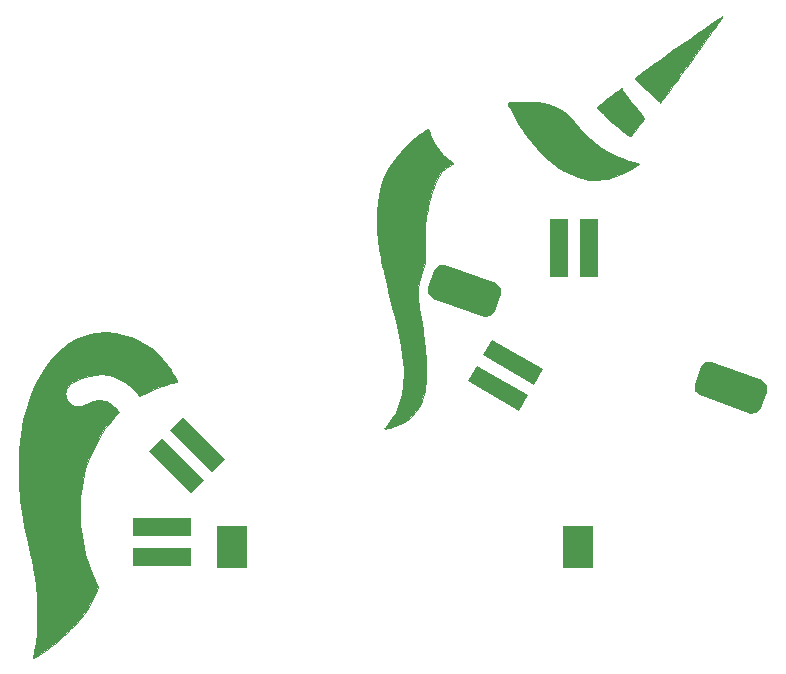
<source format=gbr>
%TF.GenerationSoftware,KiCad,Pcbnew,5.1.9*%
%TF.CreationDate,2021-01-30T09:02:40+01:00*%
%TF.ProjectId,unicorn,756e6963-6f72-46e2-9e6b-696361645f70,rev?*%
%TF.SameCoordinates,Original*%
%TF.FileFunction,Soldermask,Bot*%
%TF.FilePolarity,Negative*%
%FSLAX46Y46*%
G04 Gerber Fmt 4.6, Leading zero omitted, Abs format (unit mm)*
G04 Created by KiCad (PCBNEW 5.1.9) date 2021-01-30 09:02:40*
%MOMM*%
%LPD*%
G01*
G04 APERTURE LIST*
%ADD10C,0.010000*%
%ADD11C,0.100000*%
%ADD12R,1.524000X5.000000*%
%ADD13R,5.000000X1.524000*%
%ADD14R,2.600000X3.600000*%
G04 APERTURE END LIST*
D10*
%TO.C,Ref\u002A\u002A*%
G36*
X221847538Y-48944153D02*
G01*
X221848190Y-48959335D01*
X221833067Y-48993539D01*
X221798597Y-49052054D01*
X221741212Y-49140172D01*
X221657343Y-49263180D01*
X221543420Y-49426369D01*
X221395875Y-49635030D01*
X221211137Y-49894451D01*
X220985638Y-50209922D01*
X220715809Y-50586734D01*
X220591988Y-50759555D01*
X220042516Y-51526162D01*
X219540512Y-52225982D01*
X219084372Y-52861222D01*
X218672490Y-53434088D01*
X218303264Y-53946790D01*
X217975087Y-54401532D01*
X217686356Y-54800524D01*
X217435465Y-55145972D01*
X217220811Y-55440084D01*
X217040788Y-55685066D01*
X216893792Y-55883127D01*
X216778219Y-56036473D01*
X216692463Y-56147313D01*
X216634921Y-56217852D01*
X216603987Y-56250299D01*
X216598500Y-56253094D01*
X216554293Y-56222513D01*
X216463900Y-56142672D01*
X216339934Y-56025228D01*
X216195007Y-55881841D01*
X216175167Y-55861784D01*
X216003297Y-55691839D01*
X215790676Y-55488010D01*
X215560364Y-55272064D01*
X215335421Y-55065767D01*
X215257879Y-54995979D01*
X215067789Y-54823080D01*
X214889597Y-54655743D01*
X214737608Y-54507791D01*
X214626129Y-54393047D01*
X214583317Y-54344254D01*
X214445045Y-54172192D01*
X214603129Y-54035538D01*
X214668056Y-53984854D01*
X214794966Y-53890870D01*
X214978198Y-53757580D01*
X215212090Y-53588978D01*
X215490982Y-53389056D01*
X215809212Y-53161808D01*
X216161119Y-52911228D01*
X216541041Y-52641308D01*
X216943319Y-52356042D01*
X217362290Y-52059423D01*
X217792293Y-51755444D01*
X218227667Y-51448099D01*
X218662751Y-51141381D01*
X219091883Y-50839284D01*
X219509403Y-50545800D01*
X219909649Y-50264923D01*
X220286961Y-50000647D01*
X220635676Y-49756964D01*
X220950134Y-49537868D01*
X221224674Y-49347352D01*
X221453634Y-49189410D01*
X221631352Y-49068035D01*
X221752169Y-48987219D01*
X221810423Y-48950957D01*
X221813180Y-48949695D01*
X221834678Y-48942703D01*
X221847538Y-48944153D01*
G37*
X221847538Y-48944153D02*
X221848190Y-48959335D01*
X221833067Y-48993539D01*
X221798597Y-49052054D01*
X221741212Y-49140172D01*
X221657343Y-49263180D01*
X221543420Y-49426369D01*
X221395875Y-49635030D01*
X221211137Y-49894451D01*
X220985638Y-50209922D01*
X220715809Y-50586734D01*
X220591988Y-50759555D01*
X220042516Y-51526162D01*
X219540512Y-52225982D01*
X219084372Y-52861222D01*
X218672490Y-53434088D01*
X218303264Y-53946790D01*
X217975087Y-54401532D01*
X217686356Y-54800524D01*
X217435465Y-55145972D01*
X217220811Y-55440084D01*
X217040788Y-55685066D01*
X216893792Y-55883127D01*
X216778219Y-56036473D01*
X216692463Y-56147313D01*
X216634921Y-56217852D01*
X216603987Y-56250299D01*
X216598500Y-56253094D01*
X216554293Y-56222513D01*
X216463900Y-56142672D01*
X216339934Y-56025228D01*
X216195007Y-55881841D01*
X216175167Y-55861784D01*
X216003297Y-55691839D01*
X215790676Y-55488010D01*
X215560364Y-55272064D01*
X215335421Y-55065767D01*
X215257879Y-54995979D01*
X215067789Y-54823080D01*
X214889597Y-54655743D01*
X214737608Y-54507791D01*
X214626129Y-54393047D01*
X214583317Y-54344254D01*
X214445045Y-54172192D01*
X214603129Y-54035538D01*
X214668056Y-53984854D01*
X214794966Y-53890870D01*
X214978198Y-53757580D01*
X215212090Y-53588978D01*
X215490982Y-53389056D01*
X215809212Y-53161808D01*
X216161119Y-52911228D01*
X216541041Y-52641308D01*
X216943319Y-52356042D01*
X217362290Y-52059423D01*
X217792293Y-51755444D01*
X218227667Y-51448099D01*
X218662751Y-51141381D01*
X219091883Y-50839284D01*
X219509403Y-50545800D01*
X219909649Y-50264923D01*
X220286961Y-50000647D01*
X220635676Y-49756964D01*
X220950134Y-49537868D01*
X221224674Y-49347352D01*
X221453634Y-49189410D01*
X221631352Y-49068035D01*
X221752169Y-48987219D01*
X221810423Y-48950957D01*
X221813180Y-48949695D01*
X221834678Y-48942703D01*
X221847538Y-48944153D01*
G36*
X213347257Y-55068942D02*
G01*
X213387398Y-55157211D01*
X213397524Y-55184139D01*
X213439001Y-55275557D01*
X213507512Y-55390412D01*
X213607973Y-55535177D01*
X213745304Y-55716321D01*
X213924420Y-55940317D01*
X214150239Y-56213635D01*
X214427678Y-56542746D01*
X214449032Y-56567891D01*
X214690645Y-56854688D01*
X214879831Y-57085314D01*
X215021149Y-57266215D01*
X215119158Y-57403839D01*
X215178416Y-57504634D01*
X215203481Y-57575047D01*
X215198913Y-57621525D01*
X215196783Y-57625478D01*
X215128003Y-57730456D01*
X215023824Y-57875772D01*
X214893529Y-58049792D01*
X214746399Y-58240880D01*
X214591714Y-58437401D01*
X214438756Y-58627719D01*
X214296805Y-58800199D01*
X214175144Y-58943207D01*
X214083053Y-59045106D01*
X214029814Y-59094261D01*
X214023001Y-59096989D01*
X213970496Y-59072835D01*
X213867193Y-59007827D01*
X213729434Y-58912692D01*
X213614000Y-58828520D01*
X213338718Y-58614736D01*
X213030167Y-58358343D01*
X212682643Y-58054338D01*
X212290439Y-57697724D01*
X211847852Y-57283500D01*
X211809818Y-57247459D01*
X211596138Y-57042958D01*
X211439171Y-56887764D01*
X211332582Y-56774680D01*
X211270032Y-56696505D01*
X211245186Y-56646042D01*
X211251706Y-56616091D01*
X211252927Y-56614818D01*
X211303955Y-56571541D01*
X211409670Y-56487095D01*
X211560056Y-56369146D01*
X211745098Y-56225362D01*
X211954779Y-56063411D01*
X212179084Y-55890959D01*
X212407998Y-55715674D01*
X212631503Y-55545223D01*
X212839585Y-55387273D01*
X213022228Y-55249491D01*
X213169416Y-55139546D01*
X213271134Y-55065103D01*
X213317364Y-55033830D01*
X213318832Y-55033334D01*
X213347257Y-55068942D01*
G37*
X213347257Y-55068942D02*
X213387398Y-55157211D01*
X213397524Y-55184139D01*
X213439001Y-55275557D01*
X213507512Y-55390412D01*
X213607973Y-55535177D01*
X213745304Y-55716321D01*
X213924420Y-55940317D01*
X214150239Y-56213635D01*
X214427678Y-56542746D01*
X214449032Y-56567891D01*
X214690645Y-56854688D01*
X214879831Y-57085314D01*
X215021149Y-57266215D01*
X215119158Y-57403839D01*
X215178416Y-57504634D01*
X215203481Y-57575047D01*
X215198913Y-57621525D01*
X215196783Y-57625478D01*
X215128003Y-57730456D01*
X215023824Y-57875772D01*
X214893529Y-58049792D01*
X214746399Y-58240880D01*
X214591714Y-58437401D01*
X214438756Y-58627719D01*
X214296805Y-58800199D01*
X214175144Y-58943207D01*
X214083053Y-59045106D01*
X214029814Y-59094261D01*
X214023001Y-59096989D01*
X213970496Y-59072835D01*
X213867193Y-59007827D01*
X213729434Y-58912692D01*
X213614000Y-58828520D01*
X213338718Y-58614736D01*
X213030167Y-58358343D01*
X212682643Y-58054338D01*
X212290439Y-57697724D01*
X211847852Y-57283500D01*
X211809818Y-57247459D01*
X211596138Y-57042958D01*
X211439171Y-56887764D01*
X211332582Y-56774680D01*
X211270032Y-56696505D01*
X211245186Y-56646042D01*
X211251706Y-56616091D01*
X211252927Y-56614818D01*
X211303955Y-56571541D01*
X211409670Y-56487095D01*
X211560056Y-56369146D01*
X211745098Y-56225362D01*
X211954779Y-56063411D01*
X212179084Y-55890959D01*
X212407998Y-55715674D01*
X212631503Y-55545223D01*
X212839585Y-55387273D01*
X213022228Y-55249491D01*
X213169416Y-55139546D01*
X213271134Y-55065103D01*
X213317364Y-55033830D01*
X213318832Y-55033334D01*
X213347257Y-55068942D01*
G36*
X205689048Y-56189614D02*
G01*
X206202098Y-56229529D01*
X206666877Y-56300736D01*
X207099731Y-56406507D01*
X207517010Y-56550114D01*
X207935062Y-56734828D01*
X207962613Y-56748316D01*
X208354686Y-56970401D01*
X208716650Y-57239180D01*
X209062867Y-57566804D01*
X209407704Y-57965423D01*
X209420288Y-57981270D01*
X209928231Y-58578546D01*
X210468447Y-59131251D01*
X211028738Y-59628177D01*
X211596909Y-60058118D01*
X211890173Y-60250717D01*
X212338172Y-60504922D01*
X212841882Y-60749024D01*
X213374012Y-60971847D01*
X213907271Y-61162215D01*
X214414368Y-61308948D01*
X214555917Y-61342477D01*
X214685674Y-61376280D01*
X214773977Y-61408548D01*
X214799334Y-61428051D01*
X214764720Y-61466769D01*
X214670134Y-61538189D01*
X214529460Y-61633615D01*
X214356580Y-61744350D01*
X214165379Y-61861698D01*
X213969738Y-61976961D01*
X213783542Y-62081444D01*
X213620674Y-62166450D01*
X213620068Y-62166749D01*
X213244850Y-62335295D01*
X212837006Y-62484688D01*
X212375139Y-62622420D01*
X212153500Y-62680200D01*
X211775551Y-62754274D01*
X211366338Y-62798433D01*
X210953187Y-62811786D01*
X210563420Y-62793438D01*
X210227334Y-62743154D01*
X209632021Y-62576258D01*
X209026442Y-62338423D01*
X208429164Y-62038314D01*
X207858755Y-61684597D01*
X207666167Y-61547727D01*
X207263913Y-61225696D01*
X206840443Y-60839636D01*
X206408272Y-60403175D01*
X205979914Y-59929942D01*
X205567882Y-59433567D01*
X205184691Y-58927677D01*
X204949744Y-58589334D01*
X204813341Y-58378602D01*
X204664417Y-58137481D01*
X204508541Y-57876130D01*
X204351280Y-57604709D01*
X204198203Y-57333381D01*
X204054879Y-57072304D01*
X203926874Y-56831639D01*
X203819758Y-56621546D01*
X203739097Y-56452187D01*
X203690462Y-56333721D01*
X203679419Y-56276309D01*
X203680891Y-56273998D01*
X203746549Y-56249896D01*
X203886595Y-56228134D01*
X204090769Y-56209405D01*
X204348809Y-56194397D01*
X204650452Y-56183802D01*
X204985438Y-56178312D01*
X205111377Y-56177719D01*
X205689048Y-56189614D01*
G37*
X205689048Y-56189614D02*
X206202098Y-56229529D01*
X206666877Y-56300736D01*
X207099731Y-56406507D01*
X207517010Y-56550114D01*
X207935062Y-56734828D01*
X207962613Y-56748316D01*
X208354686Y-56970401D01*
X208716650Y-57239180D01*
X209062867Y-57566804D01*
X209407704Y-57965423D01*
X209420288Y-57981270D01*
X209928231Y-58578546D01*
X210468447Y-59131251D01*
X211028738Y-59628177D01*
X211596909Y-60058118D01*
X211890173Y-60250717D01*
X212338172Y-60504922D01*
X212841882Y-60749024D01*
X213374012Y-60971847D01*
X213907271Y-61162215D01*
X214414368Y-61308948D01*
X214555917Y-61342477D01*
X214685674Y-61376280D01*
X214773977Y-61408548D01*
X214799334Y-61428051D01*
X214764720Y-61466769D01*
X214670134Y-61538189D01*
X214529460Y-61633615D01*
X214356580Y-61744350D01*
X214165379Y-61861698D01*
X213969738Y-61976961D01*
X213783542Y-62081444D01*
X213620674Y-62166450D01*
X213620068Y-62166749D01*
X213244850Y-62335295D01*
X212837006Y-62484688D01*
X212375139Y-62622420D01*
X212153500Y-62680200D01*
X211775551Y-62754274D01*
X211366338Y-62798433D01*
X210953187Y-62811786D01*
X210563420Y-62793438D01*
X210227334Y-62743154D01*
X209632021Y-62576258D01*
X209026442Y-62338423D01*
X208429164Y-62038314D01*
X207858755Y-61684597D01*
X207666167Y-61547727D01*
X207263913Y-61225696D01*
X206840443Y-60839636D01*
X206408272Y-60403175D01*
X205979914Y-59929942D01*
X205567882Y-59433567D01*
X205184691Y-58927677D01*
X204949744Y-58589334D01*
X204813341Y-58378602D01*
X204664417Y-58137481D01*
X204508541Y-57876130D01*
X204351280Y-57604709D01*
X204198203Y-57333381D01*
X204054879Y-57072304D01*
X203926874Y-56831639D01*
X203819758Y-56621546D01*
X203739097Y-56452187D01*
X203690462Y-56333721D01*
X203679419Y-56276309D01*
X203680891Y-56273998D01*
X203746549Y-56249896D01*
X203886595Y-56228134D01*
X204090769Y-56209405D01*
X204348809Y-56194397D01*
X204650452Y-56183802D01*
X204985438Y-56178312D01*
X205111377Y-56177719D01*
X205689048Y-56189614D01*
G36*
X196975583Y-58516443D02*
G01*
X197023566Y-58622466D01*
X197082254Y-58773342D01*
X197122565Y-58887107D01*
X197284546Y-59313921D01*
X197465253Y-59689308D01*
X197676122Y-60029100D01*
X197928586Y-60349128D01*
X198234080Y-60665225D01*
X198604039Y-60993224D01*
X198702084Y-61074162D01*
X198853910Y-61199264D01*
X198978308Y-61304051D01*
X199062490Y-61377589D01*
X199093666Y-61408942D01*
X199093667Y-61408982D01*
X199059347Y-61434895D01*
X198971135Y-61485192D01*
X198892584Y-61526266D01*
X198500881Y-61766902D01*
X198160815Y-62066696D01*
X197869243Y-62429603D01*
X197623025Y-62859574D01*
X197419016Y-63360562D01*
X197407647Y-63394167D01*
X197354472Y-63565006D01*
X197287397Y-63798577D01*
X197210822Y-64077752D01*
X197129146Y-64385401D01*
X197046766Y-64704396D01*
X196968083Y-65017606D01*
X196897494Y-65307903D01*
X196839399Y-65558159D01*
X196798196Y-65751243D01*
X196787047Y-65810818D01*
X196744668Y-66114117D01*
X196710137Y-66483616D01*
X196684177Y-66901146D01*
X196667508Y-67348543D01*
X196660852Y-67807638D01*
X196664931Y-68260265D01*
X196676211Y-68601167D01*
X196690079Y-68942994D01*
X196695645Y-69219676D01*
X196690640Y-69450515D01*
X196672797Y-69654819D01*
X196639850Y-69851891D01*
X196589529Y-70061037D01*
X196519569Y-70301561D01*
X196450747Y-70520738D01*
X196342639Y-70865889D01*
X196259846Y-71150058D01*
X196199122Y-71391965D01*
X196157221Y-71610333D01*
X196130898Y-71823882D01*
X196116907Y-72051334D01*
X196112002Y-72311411D01*
X196111999Y-72474667D01*
X196114216Y-72689542D01*
X196120008Y-72884378D01*
X196130880Y-73073940D01*
X196148337Y-73272989D01*
X196173885Y-73496290D01*
X196209030Y-73758606D01*
X196255278Y-74074701D01*
X196314133Y-74459337D01*
X196314907Y-74464334D01*
X196401335Y-75025378D01*
X196475051Y-75513013D01*
X196537151Y-75937364D01*
X196588731Y-76308554D01*
X196630887Y-76636708D01*
X196664715Y-76931950D01*
X196691310Y-77204404D01*
X196711769Y-77464194D01*
X196727187Y-77721445D01*
X196738660Y-77986281D01*
X196747285Y-78268826D01*
X196752772Y-78509654D01*
X196759345Y-79041339D01*
X196754699Y-79501602D01*
X196737290Y-79903131D01*
X196705574Y-80258618D01*
X196658007Y-80580752D01*
X196593045Y-80882223D01*
X196509143Y-81175720D01*
X196404757Y-81473934D01*
X196386103Y-81522798D01*
X196156714Y-82001542D01*
X195855651Y-82439033D01*
X195487813Y-82830142D01*
X195058099Y-83169737D01*
X194571410Y-83452688D01*
X194518635Y-83478223D01*
X194318074Y-83566476D01*
X194101610Y-83649952D01*
X193883271Y-83724667D01*
X193677090Y-83786634D01*
X193497095Y-83831868D01*
X193357317Y-83856384D01*
X193271787Y-83856197D01*
X193251667Y-83838104D01*
X193276984Y-83797530D01*
X193345529Y-83706435D01*
X193446188Y-83579226D01*
X193542805Y-83460615D01*
X193897315Y-82990962D01*
X194189680Y-82513199D01*
X194424510Y-82014950D01*
X194606419Y-81483841D01*
X194740017Y-80907495D01*
X194829917Y-80273537D01*
X194860343Y-79925195D01*
X194881478Y-79390096D01*
X194870319Y-78817436D01*
X194826110Y-78201611D01*
X194748097Y-77537022D01*
X194635524Y-76818066D01*
X194487638Y-76039142D01*
X194303683Y-75194649D01*
X194118623Y-74422000D01*
X193915913Y-73603891D01*
X193733172Y-72862131D01*
X193569284Y-72191069D01*
X193423131Y-71585055D01*
X193293597Y-71038440D01*
X193179565Y-70545572D01*
X193079919Y-70100803D01*
X192993542Y-69698480D01*
X192919317Y-69332955D01*
X192856127Y-68998576D01*
X192802857Y-68689695D01*
X192758389Y-68400659D01*
X192721607Y-68125820D01*
X192691394Y-67859527D01*
X192666633Y-67596130D01*
X192646208Y-67329978D01*
X192629002Y-67055421D01*
X192616599Y-66821794D01*
X192595308Y-66084375D01*
X192609390Y-65410925D01*
X192660241Y-64787864D01*
X192749259Y-64201609D01*
X192877840Y-63638580D01*
X192980038Y-63288894D01*
X193246804Y-62558133D01*
X193569206Y-61881513D01*
X193955364Y-61243105D01*
X194191798Y-60910589D01*
X194378477Y-60677578D01*
X194612600Y-60410218D01*
X194875909Y-60127562D01*
X195150145Y-59848663D01*
X195417049Y-59592571D01*
X195658362Y-59378339D01*
X195667928Y-59370322D01*
X195830774Y-59238730D01*
X196017322Y-59095237D01*
X196215132Y-58948577D01*
X196411762Y-58807483D01*
X196594771Y-58680689D01*
X196751717Y-58576930D01*
X196870160Y-58504939D01*
X196937658Y-58473451D01*
X196945927Y-58473143D01*
X196975583Y-58516443D01*
G37*
X196975583Y-58516443D02*
X197023566Y-58622466D01*
X197082254Y-58773342D01*
X197122565Y-58887107D01*
X197284546Y-59313921D01*
X197465253Y-59689308D01*
X197676122Y-60029100D01*
X197928586Y-60349128D01*
X198234080Y-60665225D01*
X198604039Y-60993224D01*
X198702084Y-61074162D01*
X198853910Y-61199264D01*
X198978308Y-61304051D01*
X199062490Y-61377589D01*
X199093666Y-61408942D01*
X199093667Y-61408982D01*
X199059347Y-61434895D01*
X198971135Y-61485192D01*
X198892584Y-61526266D01*
X198500881Y-61766902D01*
X198160815Y-62066696D01*
X197869243Y-62429603D01*
X197623025Y-62859574D01*
X197419016Y-63360562D01*
X197407647Y-63394167D01*
X197354472Y-63565006D01*
X197287397Y-63798577D01*
X197210822Y-64077752D01*
X197129146Y-64385401D01*
X197046766Y-64704396D01*
X196968083Y-65017606D01*
X196897494Y-65307903D01*
X196839399Y-65558159D01*
X196798196Y-65751243D01*
X196787047Y-65810818D01*
X196744668Y-66114117D01*
X196710137Y-66483616D01*
X196684177Y-66901146D01*
X196667508Y-67348543D01*
X196660852Y-67807638D01*
X196664931Y-68260265D01*
X196676211Y-68601167D01*
X196690079Y-68942994D01*
X196695645Y-69219676D01*
X196690640Y-69450515D01*
X196672797Y-69654819D01*
X196639850Y-69851891D01*
X196589529Y-70061037D01*
X196519569Y-70301561D01*
X196450747Y-70520738D01*
X196342639Y-70865889D01*
X196259846Y-71150058D01*
X196199122Y-71391965D01*
X196157221Y-71610333D01*
X196130898Y-71823882D01*
X196116907Y-72051334D01*
X196112002Y-72311411D01*
X196111999Y-72474667D01*
X196114216Y-72689542D01*
X196120008Y-72884378D01*
X196130880Y-73073940D01*
X196148337Y-73272989D01*
X196173885Y-73496290D01*
X196209030Y-73758606D01*
X196255278Y-74074701D01*
X196314133Y-74459337D01*
X196314907Y-74464334D01*
X196401335Y-75025378D01*
X196475051Y-75513013D01*
X196537151Y-75937364D01*
X196588731Y-76308554D01*
X196630887Y-76636708D01*
X196664715Y-76931950D01*
X196691310Y-77204404D01*
X196711769Y-77464194D01*
X196727187Y-77721445D01*
X196738660Y-77986281D01*
X196747285Y-78268826D01*
X196752772Y-78509654D01*
X196759345Y-79041339D01*
X196754699Y-79501602D01*
X196737290Y-79903131D01*
X196705574Y-80258618D01*
X196658007Y-80580752D01*
X196593045Y-80882223D01*
X196509143Y-81175720D01*
X196404757Y-81473934D01*
X196386103Y-81522798D01*
X196156714Y-82001542D01*
X195855651Y-82439033D01*
X195487813Y-82830142D01*
X195058099Y-83169737D01*
X194571410Y-83452688D01*
X194518635Y-83478223D01*
X194318074Y-83566476D01*
X194101610Y-83649952D01*
X193883271Y-83724667D01*
X193677090Y-83786634D01*
X193497095Y-83831868D01*
X193357317Y-83856384D01*
X193271787Y-83856197D01*
X193251667Y-83838104D01*
X193276984Y-83797530D01*
X193345529Y-83706435D01*
X193446188Y-83579226D01*
X193542805Y-83460615D01*
X193897315Y-82990962D01*
X194189680Y-82513199D01*
X194424510Y-82014950D01*
X194606419Y-81483841D01*
X194740017Y-80907495D01*
X194829917Y-80273537D01*
X194860343Y-79925195D01*
X194881478Y-79390096D01*
X194870319Y-78817436D01*
X194826110Y-78201611D01*
X194748097Y-77537022D01*
X194635524Y-76818066D01*
X194487638Y-76039142D01*
X194303683Y-75194649D01*
X194118623Y-74422000D01*
X193915913Y-73603891D01*
X193733172Y-72862131D01*
X193569284Y-72191069D01*
X193423131Y-71585055D01*
X193293597Y-71038440D01*
X193179565Y-70545572D01*
X193079919Y-70100803D01*
X192993542Y-69698480D01*
X192919317Y-69332955D01*
X192856127Y-68998576D01*
X192802857Y-68689695D01*
X192758389Y-68400659D01*
X192721607Y-68125820D01*
X192691394Y-67859527D01*
X192666633Y-67596130D01*
X192646208Y-67329978D01*
X192629002Y-67055421D01*
X192616599Y-66821794D01*
X192595308Y-66084375D01*
X192609390Y-65410925D01*
X192660241Y-64787864D01*
X192749259Y-64201609D01*
X192877840Y-63638580D01*
X192980038Y-63288894D01*
X193246804Y-62558133D01*
X193569206Y-61881513D01*
X193955364Y-61243105D01*
X194191798Y-60910589D01*
X194378477Y-60677578D01*
X194612600Y-60410218D01*
X194875909Y-60127562D01*
X195150145Y-59848663D01*
X195417049Y-59592571D01*
X195658362Y-59378339D01*
X195667928Y-59370322D01*
X195830774Y-59238730D01*
X196017322Y-59095237D01*
X196215132Y-58948577D01*
X196411762Y-58807483D01*
X196594771Y-58680689D01*
X196751717Y-58576930D01*
X196870160Y-58504939D01*
X196937658Y-58473451D01*
X196945927Y-58473143D01*
X196975583Y-58516443D01*
G36*
X169838732Y-75717098D02*
G01*
X170258752Y-75745063D01*
X170639425Y-75798831D01*
X170695733Y-75810029D01*
X171369594Y-75984100D01*
X172025153Y-76218985D01*
X172644420Y-76507075D01*
X173209405Y-76840760D01*
X173333834Y-76926012D01*
X173611119Y-77140499D01*
X173913764Y-77406668D01*
X174221882Y-77704641D01*
X174515582Y-78014537D01*
X174774978Y-78316477D01*
X174936890Y-78528334D01*
X175053995Y-78701727D01*
X175177375Y-78900182D01*
X175300027Y-79110446D01*
X175414947Y-79319267D01*
X175515132Y-79513393D01*
X175593577Y-79679574D01*
X175643280Y-79804557D01*
X175657236Y-79875091D01*
X175653256Y-79883788D01*
X175600978Y-79904649D01*
X175483735Y-79939348D01*
X175319128Y-79982983D01*
X175133000Y-80028701D01*
X174779618Y-80123912D01*
X174390131Y-80248478D01*
X173984512Y-80394486D01*
X173582736Y-80554023D01*
X173204776Y-80719175D01*
X172870606Y-80882028D01*
X172611341Y-81027747D01*
X172479375Y-81109306D01*
X172350025Y-80930070D01*
X172223925Y-80774972D01*
X172050830Y-80588528D01*
X171851094Y-80390700D01*
X171645069Y-80201449D01*
X171453109Y-80040739D01*
X171407667Y-80005831D01*
X171120937Y-79816828D01*
X170783574Y-79636850D01*
X170429209Y-79483166D01*
X170295356Y-79434662D01*
X169803997Y-79310401D01*
X169283054Y-79258725D01*
X168744663Y-79278543D01*
X168200957Y-79368764D01*
X167664071Y-79528298D01*
X167238828Y-79709386D01*
X166888473Y-79901007D01*
X166618448Y-80095988D01*
X166424431Y-80299242D01*
X166302099Y-80515682D01*
X166247131Y-80750222D01*
X166243000Y-80841325D01*
X166282875Y-81155118D01*
X166399104Y-81436903D01*
X166586596Y-81677800D01*
X166828200Y-81861935D01*
X166966620Y-81931710D01*
X167101378Y-81967126D01*
X167273176Y-81978146D01*
X167303681Y-81978310D01*
X167433041Y-81974777D01*
X167544062Y-81959389D01*
X167659137Y-81925262D01*
X167800664Y-81865513D01*
X167991037Y-81773259D01*
X168023347Y-81757115D01*
X168219979Y-81663301D01*
X168409635Y-81580897D01*
X168568084Y-81519999D01*
X168656000Y-81493567D01*
X168919926Y-81456453D01*
X169202217Y-81452128D01*
X169469738Y-81479301D01*
X169680995Y-81533479D01*
X169873430Y-81626967D01*
X170089744Y-81765135D01*
X170304071Y-81928372D01*
X170490543Y-82097070D01*
X170617643Y-82243559D01*
X170746154Y-82423952D01*
X170664160Y-82524874D01*
X170605739Y-82595418D01*
X170506141Y-82714289D01*
X170378989Y-82865275D01*
X170237908Y-83032164D01*
X170228745Y-83042982D01*
X169619615Y-83822124D01*
X169087160Y-84632038D01*
X168629956Y-85475981D01*
X168246581Y-86357208D01*
X167935611Y-87278975D01*
X167695625Y-88244538D01*
X167530458Y-89217500D01*
X167497317Y-89538938D01*
X167473699Y-89923800D01*
X167459619Y-90351378D01*
X167455092Y-90800965D01*
X167460131Y-91251854D01*
X167474750Y-91683336D01*
X167498966Y-92074705D01*
X167528267Y-92369831D01*
X167694871Y-93423241D01*
X167929232Y-94431639D01*
X168233959Y-95404092D01*
X168611662Y-96349666D01*
X168777207Y-96708719D01*
X169025124Y-97226990D01*
X168906146Y-97553333D01*
X168698802Y-98048760D01*
X168431003Y-98570710D01*
X168113669Y-99100161D01*
X167757719Y-99618093D01*
X167603697Y-99822000D01*
X167426951Y-100034903D01*
X167198373Y-100288077D01*
X166931616Y-100568124D01*
X166640330Y-100861646D01*
X166338168Y-101155245D01*
X166038782Y-101435523D01*
X165755823Y-101689083D01*
X165502944Y-101902525D01*
X165403787Y-101981000D01*
X165202443Y-102133223D01*
X164970446Y-102303738D01*
X164720809Y-102483465D01*
X164466545Y-102663325D01*
X164220665Y-102834238D01*
X163996181Y-102987125D01*
X163806107Y-103112907D01*
X163663453Y-103202504D01*
X163607750Y-103234217D01*
X163522931Y-103266790D01*
X163491334Y-103250932D01*
X163491334Y-103250878D01*
X163499319Y-103194225D01*
X163521098Y-103072216D01*
X163553408Y-102902426D01*
X163592984Y-102702429D01*
X163595715Y-102688874D01*
X163662371Y-102349126D01*
X163716440Y-102047154D01*
X163759195Y-101767830D01*
X163791910Y-101496029D01*
X163815856Y-101216623D01*
X163832307Y-100914487D01*
X163842536Y-100574492D01*
X163847816Y-100181514D01*
X163849419Y-99720424D01*
X163849427Y-99673834D01*
X163848116Y-99212527D01*
X163843934Y-98823074D01*
X163836424Y-98492696D01*
X163825129Y-98208615D01*
X163809593Y-97958052D01*
X163789359Y-97728227D01*
X163775302Y-97599500D01*
X163708339Y-97051280D01*
X163638527Y-96536452D01*
X163562805Y-96037355D01*
X163478108Y-95536327D01*
X163381374Y-95015707D01*
X163269541Y-94457831D01*
X163139545Y-93845039D01*
X163065625Y-93507307D01*
X162906147Y-92771120D01*
X162768832Y-92104414D01*
X162652211Y-91495368D01*
X162554815Y-90932159D01*
X162475176Y-90402968D01*
X162411825Y-89895972D01*
X162363292Y-89399351D01*
X162328109Y-88901283D01*
X162304807Y-88389947D01*
X162291917Y-87853522D01*
X162287971Y-87280187D01*
X162287983Y-87249000D01*
X162297966Y-86447800D01*
X162327949Y-85712665D01*
X162379767Y-85026969D01*
X162455256Y-84374081D01*
X162556249Y-83737374D01*
X162684583Y-83100218D01*
X162799517Y-82613500D01*
X163041095Y-81766595D01*
X163334588Y-80945719D01*
X163675300Y-80159797D01*
X164058533Y-79417751D01*
X164479590Y-78728503D01*
X164933775Y-78100978D01*
X165416391Y-77544098D01*
X165528266Y-77429599D01*
X166012282Y-77001918D01*
X166556962Y-76621913D01*
X167148596Y-76296801D01*
X167773472Y-76033800D01*
X168417882Y-75840125D01*
X168641638Y-75790822D01*
X169000270Y-75739698D01*
X169409269Y-75715216D01*
X169838732Y-75717098D01*
G37*
X169838732Y-75717098D02*
X170258752Y-75745063D01*
X170639425Y-75798831D01*
X170695733Y-75810029D01*
X171369594Y-75984100D01*
X172025153Y-76218985D01*
X172644420Y-76507075D01*
X173209405Y-76840760D01*
X173333834Y-76926012D01*
X173611119Y-77140499D01*
X173913764Y-77406668D01*
X174221882Y-77704641D01*
X174515582Y-78014537D01*
X174774978Y-78316477D01*
X174936890Y-78528334D01*
X175053995Y-78701727D01*
X175177375Y-78900182D01*
X175300027Y-79110446D01*
X175414947Y-79319267D01*
X175515132Y-79513393D01*
X175593577Y-79679574D01*
X175643280Y-79804557D01*
X175657236Y-79875091D01*
X175653256Y-79883788D01*
X175600978Y-79904649D01*
X175483735Y-79939348D01*
X175319128Y-79982983D01*
X175133000Y-80028701D01*
X174779618Y-80123912D01*
X174390131Y-80248478D01*
X173984512Y-80394486D01*
X173582736Y-80554023D01*
X173204776Y-80719175D01*
X172870606Y-80882028D01*
X172611341Y-81027747D01*
X172479375Y-81109306D01*
X172350025Y-80930070D01*
X172223925Y-80774972D01*
X172050830Y-80588528D01*
X171851094Y-80390700D01*
X171645069Y-80201449D01*
X171453109Y-80040739D01*
X171407667Y-80005831D01*
X171120937Y-79816828D01*
X170783574Y-79636850D01*
X170429209Y-79483166D01*
X170295356Y-79434662D01*
X169803997Y-79310401D01*
X169283054Y-79258725D01*
X168744663Y-79278543D01*
X168200957Y-79368764D01*
X167664071Y-79528298D01*
X167238828Y-79709386D01*
X166888473Y-79901007D01*
X166618448Y-80095988D01*
X166424431Y-80299242D01*
X166302099Y-80515682D01*
X166247131Y-80750222D01*
X166243000Y-80841325D01*
X166282875Y-81155118D01*
X166399104Y-81436903D01*
X166586596Y-81677800D01*
X166828200Y-81861935D01*
X166966620Y-81931710D01*
X167101378Y-81967126D01*
X167273176Y-81978146D01*
X167303681Y-81978310D01*
X167433041Y-81974777D01*
X167544062Y-81959389D01*
X167659137Y-81925262D01*
X167800664Y-81865513D01*
X167991037Y-81773259D01*
X168023347Y-81757115D01*
X168219979Y-81663301D01*
X168409635Y-81580897D01*
X168568084Y-81519999D01*
X168656000Y-81493567D01*
X168919926Y-81456453D01*
X169202217Y-81452128D01*
X169469738Y-81479301D01*
X169680995Y-81533479D01*
X169873430Y-81626967D01*
X170089744Y-81765135D01*
X170304071Y-81928372D01*
X170490543Y-82097070D01*
X170617643Y-82243559D01*
X170746154Y-82423952D01*
X170664160Y-82524874D01*
X170605739Y-82595418D01*
X170506141Y-82714289D01*
X170378989Y-82865275D01*
X170237908Y-83032164D01*
X170228745Y-83042982D01*
X169619615Y-83822124D01*
X169087160Y-84632038D01*
X168629956Y-85475981D01*
X168246581Y-86357208D01*
X167935611Y-87278975D01*
X167695625Y-88244538D01*
X167530458Y-89217500D01*
X167497317Y-89538938D01*
X167473699Y-89923800D01*
X167459619Y-90351378D01*
X167455092Y-90800965D01*
X167460131Y-91251854D01*
X167474750Y-91683336D01*
X167498966Y-92074705D01*
X167528267Y-92369831D01*
X167694871Y-93423241D01*
X167929232Y-94431639D01*
X168233959Y-95404092D01*
X168611662Y-96349666D01*
X168777207Y-96708719D01*
X169025124Y-97226990D01*
X168906146Y-97553333D01*
X168698802Y-98048760D01*
X168431003Y-98570710D01*
X168113669Y-99100161D01*
X167757719Y-99618093D01*
X167603697Y-99822000D01*
X167426951Y-100034903D01*
X167198373Y-100288077D01*
X166931616Y-100568124D01*
X166640330Y-100861646D01*
X166338168Y-101155245D01*
X166038782Y-101435523D01*
X165755823Y-101689083D01*
X165502944Y-101902525D01*
X165403787Y-101981000D01*
X165202443Y-102133223D01*
X164970446Y-102303738D01*
X164720809Y-102483465D01*
X164466545Y-102663325D01*
X164220665Y-102834238D01*
X163996181Y-102987125D01*
X163806107Y-103112907D01*
X163663453Y-103202504D01*
X163607750Y-103234217D01*
X163522931Y-103266790D01*
X163491334Y-103250932D01*
X163491334Y-103250878D01*
X163499319Y-103194225D01*
X163521098Y-103072216D01*
X163553408Y-102902426D01*
X163592984Y-102702429D01*
X163595715Y-102688874D01*
X163662371Y-102349126D01*
X163716440Y-102047154D01*
X163759195Y-101767830D01*
X163791910Y-101496029D01*
X163815856Y-101216623D01*
X163832307Y-100914487D01*
X163842536Y-100574492D01*
X163847816Y-100181514D01*
X163849419Y-99720424D01*
X163849427Y-99673834D01*
X163848116Y-99212527D01*
X163843934Y-98823074D01*
X163836424Y-98492696D01*
X163825129Y-98208615D01*
X163809593Y-97958052D01*
X163789359Y-97728227D01*
X163775302Y-97599500D01*
X163708339Y-97051280D01*
X163638527Y-96536452D01*
X163562805Y-96037355D01*
X163478108Y-95536327D01*
X163381374Y-95015707D01*
X163269541Y-94457831D01*
X163139545Y-93845039D01*
X163065625Y-93507307D01*
X162906147Y-92771120D01*
X162768832Y-92104414D01*
X162652211Y-91495368D01*
X162554815Y-90932159D01*
X162475176Y-90402968D01*
X162411825Y-89895972D01*
X162363292Y-89399351D01*
X162328109Y-88901283D01*
X162304807Y-88389947D01*
X162291917Y-87853522D01*
X162287971Y-87280187D01*
X162287983Y-87249000D01*
X162297966Y-86447800D01*
X162327949Y-85712665D01*
X162379767Y-85026969D01*
X162455256Y-84374081D01*
X162556249Y-83737374D01*
X162684583Y-83100218D01*
X162799517Y-82613500D01*
X163041095Y-81766595D01*
X163334588Y-80945719D01*
X163675300Y-80159797D01*
X164058533Y-79417751D01*
X164479590Y-78728503D01*
X164933775Y-78100978D01*
X165416391Y-77544098D01*
X165528266Y-77429599D01*
X166012282Y-77001918D01*
X166556962Y-76621913D01*
X167148596Y-76296801D01*
X167773472Y-76033800D01*
X168417882Y-75840125D01*
X168641638Y-75790822D01*
X169000270Y-75739698D01*
X169409269Y-75715216D01*
X169838732Y-75717098D01*
%TD*%
%TO.C,SW1*%
G36*
G01*
X219502030Y-80086692D02*
X220015061Y-78677153D01*
G75*
G02*
X220976345Y-78228899I704769J-256515D01*
G01*
X225204962Y-79767990D01*
G75*
G02*
X225653216Y-80729274I-256515J-704769D01*
G01*
X225140185Y-82138813D01*
G75*
G02*
X224178901Y-82587067I-704769J256515D01*
G01*
X219950284Y-81047976D01*
G75*
G02*
X219502030Y-80086692I256515J704769D01*
G01*
G37*
G36*
G01*
X196949407Y-71878209D02*
X197462438Y-70468670D01*
G75*
G02*
X198423722Y-70020416I704769J-256515D01*
G01*
X202652339Y-71559507D01*
G75*
G02*
X203100593Y-72520791I-256515J-704769D01*
G01*
X202587562Y-73930330D01*
G75*
G02*
X201626278Y-74378584I-704769J256515D01*
G01*
X197397661Y-72839493D01*
G75*
G02*
X196949407Y-71878209I256515J704769D01*
G01*
G37*
%TD*%
D11*
%TO.C,D4*%
G36*
X178647952Y-87523582D02*
G01*
X175112418Y-83988048D01*
X176190048Y-82910418D01*
X179725582Y-86445952D01*
X178647952Y-87523582D01*
G37*
G36*
X176851901Y-89319633D02*
G01*
X173316367Y-85784099D01*
X174393997Y-84706469D01*
X177929531Y-88242003D01*
X176851901Y-89319633D01*
G37*
%TD*%
%TO.C,D3*%
G36*
X205936564Y-80141911D02*
G01*
X201606436Y-77641911D01*
X202368436Y-76322089D01*
X206698564Y-78822089D01*
X205936564Y-80141911D01*
G37*
G36*
X204666564Y-82341615D02*
G01*
X200336436Y-79841615D01*
X201098436Y-78521793D01*
X205428564Y-81021793D01*
X204666564Y-82341615D01*
G37*
%TD*%
D12*
%TO.C,D2*%
X210582000Y-68525000D03*
X208042000Y-68525000D03*
%TD*%
D13*
%TO.C,D1*%
X174379500Y-92186000D03*
X174379500Y-94726000D03*
%TD*%
D14*
%TO.C,BT1*%
X180358500Y-93853000D03*
X209658500Y-93853000D03*
%TD*%
M02*

</source>
